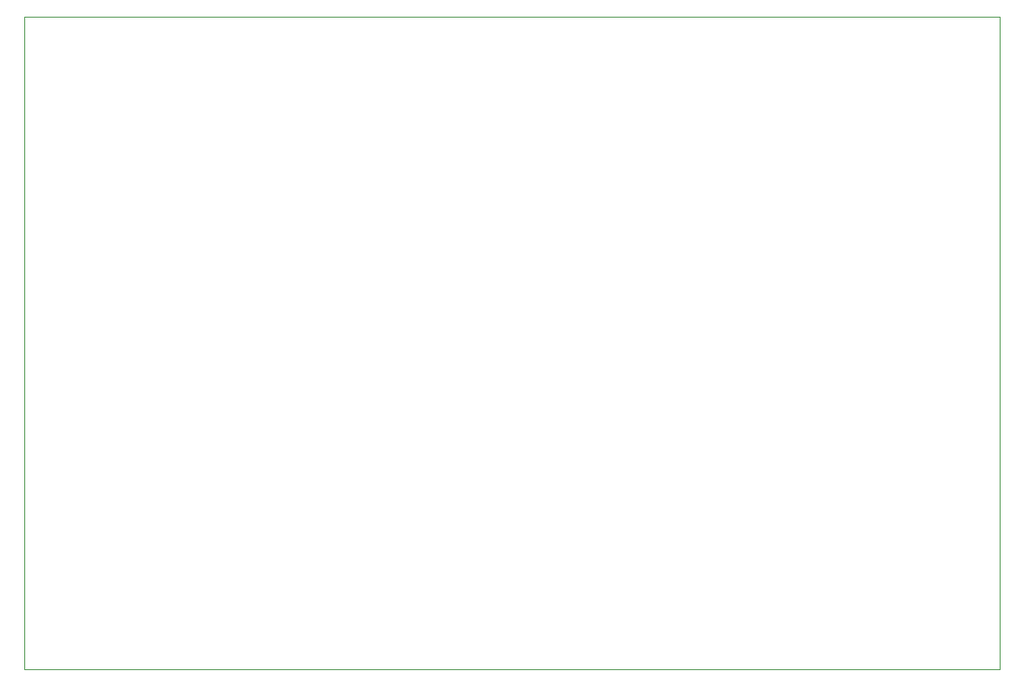
<source format=gm1>
G04 #@! TF.GenerationSoftware,KiCad,Pcbnew,9.0.0*
G04 #@! TF.CreationDate,2025-02-23T14:29:25+01:00*
G04 #@! TF.ProjectId,pcb_v0,7063625f-7630-42e6-9b69-6361645f7063,rev?*
G04 #@! TF.SameCoordinates,Original*
G04 #@! TF.FileFunction,Profile,NP*
%FSLAX46Y46*%
G04 Gerber Fmt 4.6, Leading zero omitted, Abs format (unit mm)*
G04 Created by KiCad (PCBNEW 9.0.0) date 2025-02-23 14:29:25*
%MOMM*%
%LPD*%
G01*
G04 APERTURE LIST*
G04 #@! TA.AperFunction,Profile*
%ADD10C,0.050000*%
G04 #@! TD*
G04 APERTURE END LIST*
D10*
X104000000Y-46580000D02*
X202500000Y-46580000D01*
X202500000Y-112580000D01*
X104000000Y-112580000D01*
X104000000Y-46580000D01*
M02*

</source>
